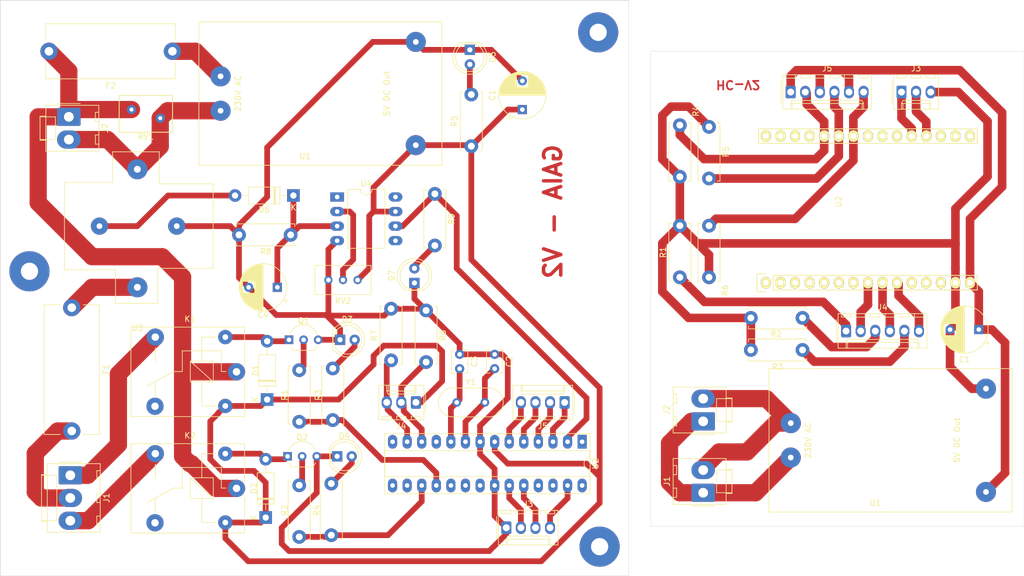
<source format=kicad_pcb>
(kicad_pcb (version 20171130) (host pcbnew 5.1.5-52549c5~86~ubuntu18.04.1)
  (title_block (title Gaia) (date 2020-05-12) (rev V02) (comment 4 "Author: Abby P Joby "))
  (layers (0 F.Cu signal) (31 B.Cu signal hide) (34 B.Paste user hide) (35 F.Paste user hide) (36 B.SilkS user hide) (37 F.SilkS user hide) (38 B.Mask user hide) (39 F.Mask user hide) (44 Edge.Cuts user))
  (net 0 "")
  (net 1 GND)
  (net 2 "Net-(C2-Pad2)")
  (net 3 "Net-(J1-Pad1)")
  (net 4 +5V)
  (net 5 "Net-(J3-Pad3)")
  (net 6 "Net-(U2-Pad1)")
  (net 7 "Net-(U2-Pad19)")
  (net 8 "Net-(U2-Pad20)")
  (net 9 "Net-(U2-Pad21)")
  (net 10 "Net-(U2-Pad11)")
  (net 11 "Net-(U2-Pad14)")
  (net 12 "Net-(J4-Pad3)")
  (net 13 "Net-(C3-Pad2)")
  (net 14 "Net-(D1-Pad2)")
  (net 15 "Net-(D2-Pad2)")
  (net 16 "Net-(D3-Pad2)")
  (net 17 "Net-(D4-Pad2)")
  (net 18 "Net-(D5-Pad2)")
  (net 19 "Net-(F1-Pad2)")
  (net 20 NEUT)
  (net 21 "Net-(F2-Pad1)")
  (net 22 AC)
  (net 23 "Net-(J1-Pad3)")
  (net 24 "Net-(J3-Pad2)")
  (net 25 "Net-(K1-Pad4)")
  (net 26 "Net-(K2-Pad4)")
  (net 27 "Net-(Q1-Pad2)")
  (net 28 "Net-(Q2-Pad2)")
  (net 29 Relay1_IN)
  (net 30 Relay2_IN)
  (net 31 "Net-(U2-Pad15)")
  (net 32 "Net-(U2-Pad16)")
  (net 33 "Net-(U2-Pad25)")
  (net 34 "Net-(U2-Pad26)")
  (net 35 "Net-(J4-Pad2)")
  (net 36 "Net-(C4-Pad1)")
  (net 37 "Net-(D6-Pad2)")
  (net 38 "Net-(D7-Pad2)")
  (net 39 CT_OUT)
  (net 40 "Net-(J3-Pad4)")
  (net 41 Overload_Detection)
  (net 42 "Net-(RV2-Pad2)")
  (net 43 "Net-(U2-Pad28)")
  (net 44 "Net-(U4-Pad1)")
  (net 45 "Net-(U4-Pad5)")
  (net 46 "Net-(U4-Pad8)")
  (net 47 "Net-(J5-Pad1)")
  (net 48 "Net-(J5-Pad2)")
  (net 49 "Net-(J5-Pad3)")
  (net 50 "Net-(J5-Pad4)")
  (net 51 "Net-(J1-Pad2)")
  (net 52 "Net-(J3-Pad1)")
  (net 53 "Net-(U2-Pad2)")
  (net 54 "Net-(U2-Pad3)")
  (net 55 "Net-(U2-Pad4)")
  (net 56 "Net-(U2-Pad5)")
  (net 57 "Net-(U2-Pad6)")
  (net 58 "Net-(U2-Pad7)")
  (net 59 "Net-(U2-Pad12)")
  (net 60 "Net-(U2-Pad13)")
  (net 61 "Net-(U2-Pad30)")
  (net 62 "Net-(U2-Pad18)")
  (net 63 "Net-(U2-Pad17)")
  (net 64 "Net-(U2-Pad22)")
  (net 65 "Net-(U2-Pad23)")
  (net 66 "Net-(U2-Pad27)")
  (net 67 "Net-(U2-Pad29)")
  (net 68 "Net-(J4-Pad1)")
  (net 69 "Net-(J4-Pad4)")
  (net 70 "Net-(J4-Pad5)")
  (net 71 "Net-(J4-Pad6)")
  (net 72 "Net-(J5-Pad6)")
  (module gaia-gate:Current_Transformer (layer F.Cu) (at 72.644 74.676)
    (fp_text reference U3 (at -6.858 17.78) (layer F.SilkS))
    (fp_text value Current_Transformer)
    (pad 4 thru_hole circle (at -6.858 -9.906) (size 3.5 3.5) (drill 1.2) (layers *.Cu *.Mask) (net 20 NEUT))
    (pad 3 thru_hole circle (at -6.858 10.668) (size 3.5 3.5) (drill 1.2) (layers *.Cu *.Mask) (net 39 CT_OUT))
    (pad 2 thru_hole circle (at -13.462 0) (size 3 3) (drill 1) (layers *.Cu *.Mask) (net 37 "Net-(D6-Pad2)"))
    (pad 1 thru_hole circle (at 0 0) (size 3 3) (drill 1) (layers *.Cu *.Mask) (net 1 GND))
  )
  (module Capacitor_THT:CP_Radial_D8.0mm_P5.00mm (layer F.Cu) (at 132.842 54.356 90)
    (fp_text reference C1 (at 2.5 -5.25 90) (layer F.SilkS))
    (fp_text value CP)
    (pad 1 thru_hole rect (at 0 0 90) (size 1.6 1.6) (drill 0.8) (layers *.Cu *.Mask) (net 4 +5V))
    (pad 2 thru_hole circle (at 5 0 90) (size 1.6 1.6) (drill 0.8) (layers *.Cu *.Mask) (net 1 GND))
  )
  (module Capacitor_THT:C_Disc_D3.8mm_W2.6mm_P2.50mm (layer F.Cu) (at 128.016 97.028 270)
    (fp_text reference C2 (at 1.25 -2.55 90) (layer F.SilkS))
    (fp_text value 0.1uf)
    (pad 1 thru_hole circle (at 0 0 270) (size 1.6 1.6) (drill 0.8) (layers *.Cu *.Mask) (net 1 GND))
    (pad 2 thru_hole circle (at 2.5 0 270) (size 1.6 1.6) (drill 0.8) (layers *.Cu *.Mask) (net 2 "Net-(C2-Pad2)"))
  )
  (module Capacitor_THT:C_Disc_D3.8mm_W2.6mm_P2.50mm (layer F.Cu) (at 121.92 97.028 270)
    (fp_text reference C3 (at 1.25 -2.55 90) (layer F.SilkS))
    (fp_text value 0.1uf)
    (pad 2 thru_hole circle (at 2.5 0 270) (size 1.6 1.6) (drill 0.8) (layers *.Cu *.Mask) (net 13 "Net-(C3-Pad2)"))
    (pad 1 thru_hole circle (at 0 0 270) (size 1.6 1.6) (drill 0.8) (layers *.Cu *.Mask) (net 1 GND))
  )
  (module Capacitor_THT:CP_Radial_D8.0mm_P5.00mm (layer F.Cu) (at 90.17 85.344 180)
    (fp_text reference C4 (at 2.5 -4.826) (layer F.SilkS))
    (fp_text value CP)
    (pad 1 thru_hole rect (at 0 0 180) (size 1.6 1.6) (drill 0.8) (layers *.Cu *.Mask) (net 36 "Net-(C4-Pad1)"))
    (pad 2 thru_hole circle (at 5 0 180) (size 1.6 1.6) (drill 0.8) (layers *.Cu *.Mask) (net 1 GND))
  )
  (module Diode_THT:D_DO-41_SOD81_P10.16mm_Horizontal (layer F.Cu) (at 88.392 104.902 90)
    (fp_text reference D1 (at 5.08 -2.032 90) (layer F.SilkS))
    (fp_text value 1N4007)
    (fp_text user K (at 0 -2.1 90) (layer F.SilkS))
    (pad 2 thru_hole oval (at 10.16 0 90) (size 2.2 2.2) (drill 1.1) (layers *.Cu *.Mask) (net 14 "Net-(D1-Pad2)"))
    (pad 1 thru_hole rect (at 0 0 90) (size 2.2 2.2) (drill 1.1) (layers *.Cu *.Mask) (net 4 +5V))
  )
  (module Diode_THT:D_DO-41_SOD81_P10.16mm_Horizontal (layer F.Cu) (at 88.138 125.476 90)
    (fp_text reference D2 (at 5.08 -2.032 90) (layer F.SilkS))
    (fp_text value 1N4007)
    (fp_text user K (at 0 -2.1 90) (layer F.SilkS))
    (pad 1 thru_hole rect (at 0 0 90) (size 2.2 2.2) (drill 1.1) (layers *.Cu *.Mask) (net 4 +5V))
    (pad 2 thru_hole oval (at 10.16 0 90) (size 2.2 2.2) (drill 1.1) (layers *.Cu *.Mask) (net 15 "Net-(D2-Pad2)"))
  )
  (module LED_THT:LED_D5.0mm (layer F.Cu) (at 101.092 94.488)
    (fp_text reference D3 (at 1.27 -3.556) (layer F.SilkS))
    (fp_text value GREEN)
    (pad 1 thru_hole rect (at 0 0) (size 1.8 1.8) (drill 0.9) (layers *.Cu *.Mask) (net 1 GND))
    (pad 2 thru_hole circle (at 2.54 0) (size 1.8 1.8) (drill 0.9) (layers *.Cu *.Mask) (net 16 "Net-(D3-Pad2)"))
  )
  (module LED_THT:LED_D5.0mm (layer F.Cu) (at 100.584 114.808)
    (fp_text reference D4 (at 1.27 -3.556) (layer F.SilkS))
    (fp_text value GREEN)
    (pad 2 thru_hole circle (at 2.54 0) (size 1.8 1.8) (drill 0.9) (layers *.Cu *.Mask) (net 17 "Net-(D4-Pad2)"))
    (pad 1 thru_hole rect (at 0 0) (size 1.8 1.8) (drill 0.9) (layers *.Cu *.Mask) (net 1 GND))
  )
  (module LED_THT:LED_D5.0mm (layer F.Cu) (at 123.698 43.942 270)
    (fp_text reference D5 (at 1.27 -3.96 90) (layer F.SilkS))
    (fp_text value GREEN)
    (pad 2 thru_hole circle (at 2.54 0 270) (size 1.8 1.8) (drill 0.9) (layers *.Cu *.Mask) (net 18 "Net-(D5-Pad2)"))
    (pad 1 thru_hole rect (at 0 0 270) (size 1.8 1.8) (drill 0.9) (layers *.Cu *.Mask) (net 1 GND))
  )
  (module Diode_THT:D_DO-41_SOD81_P10.16mm_Horizontal (layer F.Cu) (at 92.964 69.342 180)
    (fp_text reference D6 (at 5.08 -2.47) (layer F.SilkS))
    (fp_text value 1N4007)
    (fp_text user K (at 0 -2.1) (layer F.SilkS))
    (pad 1 thru_hole rect (at 0 0 180) (size 2.2 2.2) (drill 1.1) (layers *.Cu *.Mask) (net 36 "Net-(C4-Pad1)"))
    (pad 2 thru_hole oval (at 10.16 0 180) (size 2.2 2.2) (drill 1.1) (layers *.Cu *.Mask) (net 37 "Net-(D6-Pad2)"))
  )
  (module LED_THT:LED_D5.0mm (layer F.Cu) (at 114.046 84.582 90)
    (fp_text reference D7 (at 1.27 -3.96 90) (layer F.SilkS))
    (fp_text value GREEN)
    (pad 1 thru_hole rect (at 0 0 90) (size 1.8 1.8) (drill 0.9) (layers *.Cu *.Mask) (net 1 GND))
    (pad 2 thru_hole circle (at 2.54 0 90) (size 1.8 1.8) (drill 0.9) (layers *.Cu *.Mask) (net 38 "Net-(D7-Pad2)"))
  )
  (module gaia-gate:Fuse (layer F.Cu) (at 54.356 88.392 270)
    (fp_text reference F1 (at 11.25 -6 270) (layer F.SilkS))
    (fp_text value Fuse)
    (pad 2 thru_hole circle (at 22 0 270) (size 3 3) (drill 1.5) (layers *.Cu *.Mask) (net 19 "Net-(F1-Pad2)"))
    (pad 1 thru_hole circle (at 0.5 0 270) (size 3 3) (drill 1.5) (layers *.Cu *.Mask) (net 39 CT_OUT))
  )
  (module gaia-gate:Fuse (layer F.Cu) (at 72.39 44.196 180)
    (fp_text reference F2 (at 11.25 -6 180) (layer F.SilkS))
    (fp_text value Fuse)
    (pad 1 thru_hole circle (at 0.5 0 180) (size 3 3) (drill 1.5) (layers *.Cu *.Mask) (net 21 "Net-(F2-Pad1)"))
    (pad 2 thru_hole circle (at 22 0 180) (size 3 3) (drill 1.5) (layers *.Cu *.Mask) (net 22 AC))
  )
  (module Connector_Molex:Molex_KK-396_A-41791-0003_1x03_P3.96mm_Vertical (layer F.Cu) (at 54.102 118.11 270)
    (fp_text reference J1 (at 3.96 -6.31 90) (layer F.SilkS))
    (fp_text value motor)
    (pad 3 thru_hole oval (at 7.92 0 270) (size 3.16 4.1) (drill 1.7) (layers *.Cu *.Mask) (net 23 "Net-(J1-Pad3)"))
    (pad 2 thru_hole oval (at 3.96 0 270) (size 3.16 4.1) (drill 1.7) (layers *.Cu *.Mask) (net 19 "Net-(F1-Pad2)"))
    (pad 1 thru_hole roundrect (at 0 0 270) (size 3.16 4.1) (drill 1.7) (layers *.Cu *.Mask) (roundrect_rratio 0.079114) (net 3 "Net-(J1-Pad1)"))
  )
  (module Connector_Molex:Molex_KK-396_A-41791-0002_1x02_P3.96mm_Vertical (layer F.Cu) (at 53.848 55.626 270)
    (fp_text reference J2 (at 1.98 -6.31 90) (layer F.SilkS))
    (fp_text value 230V_IN)
    (pad 1 thru_hole roundrect (at 0 0 270) (size 3.16 4.1) (drill 1.7) (layers *.Cu *.Mask) (roundrect_rratio 0.079114) (net 22 AC))
    (pad 2 thru_hole oval (at 3.96 0 270) (size 3.16 4.1) (drill 1.7) (layers *.Cu *.Mask) (net 20 NEUT))
  )
  (module Connector_Molex:Molex_KK-254_AE-6410-04A_1x04_P2.54mm_Vertical (layer F.Cu) (at 130.048 127.254)
    (fp_text reference J3 (at 3.81 -4.12) (layer F.SilkS))
    (fp_text value Home_Controller)
    (pad 1 thru_hole roundrect (at 0 0) (size 1.74 2.2) (drill 1.2) (layers *.Cu *.Mask) (roundrect_rratio 0.143678) (net 1 GND))
    (pad 2 thru_hole oval (at 2.54 0) (size 1.74 2.2) (drill 1.2) (layers *.Cu *.Mask) (net 24 "Net-(J3-Pad2)"))
    (pad 3 thru_hole oval (at 5.08 0) (size 1.74 2.2) (drill 1.2) (layers *.Cu *.Mask) (net 5 "Net-(J3-Pad3)"))
    (pad 4 thru_hole oval (at 7.62 0) (size 1.74 2.2) (drill 1.2) (layers *.Cu *.Mask) (net 40 "Net-(J3-Pad4)"))
  )
  (module Connector_Molex:Molex_KK-254_AE-6410-04A_1x04_P2.54mm_Vertical (layer F.Cu) (at 140.208 105.41 180)
    (fp_text reference J5 (at 3.81 -4.12) (layer F.SilkS))
    (fp_text value Extras)
    (pad 4 thru_hole oval (at 7.62 0 180) (size 1.74 2.2) (drill 1.2) (layers *.Cu *.Mask) (net 50 "Net-(J5-Pad4)"))
    (pad 3 thru_hole oval (at 5.08 0 180) (size 1.74 2.2) (drill 1.2) (layers *.Cu *.Mask) (net 49 "Net-(J5-Pad3)"))
    (pad 2 thru_hole oval (at 2.54 0 180) (size 1.74 2.2) (drill 1.2) (layers *.Cu *.Mask) (net 48 "Net-(J5-Pad2)"))
    (pad 1 thru_hole roundrect (at 0 0 180) (size 1.74 2.2) (drill 1.2) (layers *.Cu *.Mask) (roundrect_rratio 0.143678) (net 47 "Net-(J5-Pad1)"))
  )
  (module Relay_THT:Relay_SPDT_SANYOU_SRD_Series_Form_C (layer F.Cu) (at 83.058 100.076 180)
    (fp_text reference K1 (at 8.1 9.2) (layer F.SilkS))
    (fp_text value SANYOU_SRD_Form_C)
    (pad 1 thru_hole circle (at 0 0 270) (size 3 3) (drill 1.3) (layers *.Cu *.Mask) (net 22 AC))
    (pad 5 thru_hole circle (at 1.95 -5.95 270) (size 2.5 2.5) (drill 1) (layers *.Cu *.Mask) (net 4 +5V))
    (pad 4 thru_hole circle (at 14.2 -6 270) (size 3 3) (drill 1.3) (layers *.Cu *.Mask) (net 25 "Net-(K1-Pad4)"))
    (pad 3 thru_hole circle (at 14.15 6.05 270) (size 3 3) (drill 1.3) (layers *.Cu *.Mask) (net 3 "Net-(J1-Pad1)"))
    (pad 2 thru_hole circle (at 1.95 6.05 270) (size 2.5 2.5) (drill 1) (layers *.Cu *.Mask) (net 14 "Net-(D1-Pad2)"))
  )
  (module Relay_THT:Relay_SPDT_SANYOU_SRD_Series_Form_C (layer F.Cu) (at 83.058 120.396 180)
    (fp_text reference K2 (at 8.1 9.2) (layer F.SilkS))
    (fp_text value SANYOU_SRD_Form_C)
    (pad 2 thru_hole circle (at 1.95 6.05 270) (size 2.5 2.5) (drill 1) (layers *.Cu *.Mask) (net 15 "Net-(D2-Pad2)"))
    (pad 3 thru_hole circle (at 14.15 6.05 270) (size 3 3) (drill 1.3) (layers *.Cu *.Mask) (net 23 "Net-(J1-Pad3)"))
    (pad 4 thru_hole circle (at 14.2 -6 270) (size 3 3) (drill 1.3) (layers *.Cu *.Mask) (net 26 "Net-(K2-Pad4)"))
    (pad 5 thru_hole circle (at 1.95 -5.95 270) (size 2.5 2.5) (drill 1) (layers *.Cu *.Mask) (net 4 +5V))
    (pad 1 thru_hole circle (at 0 0 270) (size 3 3) (drill 1.3) (layers *.Cu *.Mask) (net 22 AC))
  )
  (module Package_TO_SOT_THT:TO-92_Inline_Wide (layer F.Cu) (at 92.202 94.488)
    (fp_text reference Q1 (at 2.54 -3.302) (layer F.SilkS))
    (fp_text value BC547)
    (pad 2 thru_hole circle (at 2.54 0 90) (size 1.5 1.5) (drill 0.8) (layers *.Cu *.Mask) (net 27 "Net-(Q1-Pad2)"))
    (pad 3 thru_hole circle (at 5.08 0 90) (size 1.5 1.5) (drill 0.8) (layers *.Cu *.Mask) (net 1 GND))
    (pad 1 thru_hole rect (at 0 0 90) (size 1.5 1.5) (drill 0.8) (layers *.Cu *.Mask) (net 14 "Net-(D1-Pad2)"))
  )
  (module Package_TO_SOT_THT:TO-92_Inline_Wide (layer F.Cu) (at 91.948 114.808)
    (fp_text reference Q2 (at 2.54 -3.302) (layer F.SilkS))
    (fp_text value BC547)
    (pad 1 thru_hole rect (at 0 0 90) (size 1.5 1.5) (drill 0.8) (layers *.Cu *.Mask) (net 15 "Net-(D2-Pad2)"))
    (pad 3 thru_hole circle (at 5.08 0 90) (size 1.5 1.5) (drill 0.8) (layers *.Cu *.Mask) (net 1 GND))
    (pad 2 thru_hole circle (at 2.54 0 90) (size 1.5 1.5) (drill 0.8) (layers *.Cu *.Mask) (net 28 "Net-(Q2-Pad2)"))
  )
  (module gaia-gate:resistor (layer F.Cu) (at 93.98 97.79 270)
    (fp_text reference R1 (at 6.35 2.54 270) (layer F.SilkS))
    (fp_text value 1K)
    (pad 2 thru_hole oval (at 11 0 270) (size 2.4 2.4) (drill 1.2) (layers *.Cu *.Mask) (net 29 Relay1_IN))
    (pad 1 thru_hole circle (at 2 0 270) (size 2.4 2.4) (drill 1.2) (layers *.Cu *.Mask) (net 27 "Net-(Q1-Pad2)"))
  )
  (module gaia-gate:resistor (layer F.Cu) (at 93.98 117.856 270)
    (fp_text reference R2 (at 6.35 2.54 270) (layer F.SilkS))
    (fp_text value 1K)
    (pad 1 thru_hole circle (at 2 0 270) (size 2.4 2.4) (drill 1.2) (layers *.Cu *.Mask) (net 28 "Net-(Q2-Pad2)"))
    (pad 2 thru_hole oval (at 11 0 270) (size 2.4 2.4) (drill 1.2) (layers *.Cu *.Mask) (net 30 Relay2_IN))
  )
  (module gaia-gate:resistor (layer F.Cu) (at 99.822 110.49 90)
    (fp_text reference R3 (at 6.35 -2.54 270) (layer F.SilkS))
    (fp_text value 330Ω)
    (pad 1 thru_hole circle (at 2 0 90) (size 2.4 2.4) (drill 1.2) (layers *.Cu *.Mask) (net 29 Relay1_IN))
    (pad 2 thru_hole oval (at 11 0 90) (size 2.4 2.4) (drill 1.2) (layers *.Cu *.Mask) (net 16 "Net-(D3-Pad2)"))
  )
  (module gaia-gate:resistor (layer F.Cu) (at 99.568 130.556 90)
    (fp_text reference R4 (at 6.35 -2.54 270) (layer F.SilkS))
    (fp_text value 330Ω)
    (pad 2 thru_hole oval (at 11 0 90) (size 2.4 2.4) (drill 1.2) (layers *.Cu *.Mask) (net 17 "Net-(D4-Pad2)"))
    (pad 1 thru_hole circle (at 2 0 90) (size 2.4 2.4) (drill 1.2) (layers *.Cu *.Mask) (net 30 Relay2_IN))
  )
  (module gaia-gate:resistor (layer F.Cu) (at 123.952 62.738 90)
    (fp_text reference R5 (at 6.35 -2.92 270) (layer F.SilkS))
    (fp_text value 330Ω)
    (pad 2 thru_hole oval (at 11 0 90) (size 2.4 2.4) (drill 1.2) (layers *.Cu *.Mask) (net 18 "Net-(D5-Pad2)"))
    (pad 1 thru_hole circle (at 2 0 90) (size 2.4 2.4) (drill 1.2) (layers *.Cu *.Mask) (net 4 +5V))
  )
  (module gaia-gate:resistor (layer F.Cu) (at 116.078 87.376 270)
    (fp_text reference R6 (at 6.35 -2.92 270) (layer F.SilkS))
    (fp_text value 10K)
    (pad 2 thru_hole oval (at 11 0 270) (size 2.4 2.4) (drill 1.2) (layers *.Cu *.Mask) (net 35 "Net-(J4-Pad2)"))
    (pad 1 thru_hole circle (at 2 0 270) (size 2.4 2.4) (drill 1.2) (layers *.Cu *.Mask) (net 1 GND))
  )
  (module gaia-gate:resistor (layer F.Cu) (at 109.982 100.076 90)
    (fp_text reference R7 (at 6.35 -2.92 270) (layer F.SilkS))
    (fp_text value 10K)
    (pad 1 thru_hole circle (at 2 0 90) (size 2.4 2.4) (drill 1.2) (layers *.Cu *.Mask) (net 12 "Net-(J4-Pad3)"))
    (pad 2 thru_hole oval (at 11 0 90) (size 2.4 2.4) (drill 1.2) (layers *.Cu *.Mask) (net 1 GND))
  )
  (module gaia-gate:resistor (layer F.Cu) (at 94.488 76.2 180)
    (fp_text reference R8 (at 6.35 -2.92 180) (layer F.SilkS))
    (fp_text value 1K)
    (pad 1 thru_hole circle (at 2 0 180) (size 2.4 2.4) (drill 1.2) (layers *.Cu *.Mask) (net 36 "Net-(C4-Pad1)"))
    (pad 2 thru_hole oval (at 11 0 180) (size 2.4 2.4) (drill 1.2) (layers *.Cu *.Mask) (net 1 GND))
  )
  (module gaia-gate:resistor (layer F.Cu) (at 117.602 67.056 270)
    (fp_text reference R9 (at 6.35 -2.92 270) (layer F.SilkS))
    (fp_text value 330Ω)
    (pad 2 thru_hole oval (at 11 0 270) (size 2.4 2.4) (drill 1.2) (layers *.Cu *.Mask) (net 38 "Net-(D7-Pad2)"))
    (pad 1 thru_hole circle (at 2 0 270) (size 2.4 2.4) (drill 1.2) (layers *.Cu *.Mask) (net 41 Overload_Detection))
  )
  (module Varistor:RV_Disc_D9mm_W6.1mm_P5mm (layer F.Cu) (at 64.77 54.356)
    (fp_text reference RV1 (at 2.5 4.72) (layer F.SilkS))
    (fp_text value Varistor)
    (pad 1 thru_hole circle (at 0 0) (size 1.6 1.6) (drill 0.7) (layers *.Cu *.Mask) (net 22 AC))
    (pad 2 thru_hole circle (at 5 1.5 90) (size 1.6 1.6) (drill 0.7) (layers *.Cu *.Mask) (net 20 NEUT))
  )
  (module Potentiometer_THT:Potentiometer_Bourns_3296W_Vertical (layer F.Cu) (at 99.06 84.074 180)
    (fp_text reference RV2 (at -2.54 -3.66) (layer F.SilkS))
    (fp_text value R_POT)
    (pad 1 thru_hole circle (at 0 0 180) (size 1.44 1.44) (drill 0.8) (layers *.Cu *.Mask) (net 1 GND))
    (pad 2 thru_hole circle (at -2.54 0 180) (size 1.44 1.44) (drill 0.8) (layers *.Cu *.Mask) (net 42 "Net-(RV2-Pad2)"))
    (pad 3 thru_hole circle (at -5.08 0 180) (size 1.44 1.44) (drill 0.8) (layers *.Cu *.Mask) (net 4 +5V))
  )
  (module gaia-gate:230_5V_supply_HiLink (layer F.Cu) (at 97.282 51.562)
    (fp_text reference U1 (at -2.286 10.922) (layer F.SilkS))
    (fp_text value Vcc_one_supply)
    (fp_text user "5V DC Out" (at 11.938 0 90) (layer F.SilkS))
    (fp_text user "230V AC" (at -13.97 0 90) (layer F.SilkS))
    (pad 3 thru_hole circle (at 17 9) (size 3.5 3.5) (drill 1) (layers *.Cu *.Mask) (net 4 +5V))
    (pad 4 thru_hole circle (at 17 -9) (size 3.5 3.5) (drill 1) (layers *.Cu *.Mask) (net 1 GND))
    (pad 2 thru_hole circle (at -17 3) (size 3.5 3.5) (drill 1) (layers *.Cu *.Mask) (net 20 NEUT))
    (pad 1 thru_hole oval (at -17 -3) (size 3.524 3.524) (drill 1) (layers *.Cu *.Mask) (net 21 "Net-(F2-Pad1)"))
  )
  (module Package_DIP:DIP-28_W7.62mm_Socket_LongPads (layer F.Cu) (at 143.256 112.268 270)
    (fp_text reference U2 (at 3.81 -2.33 90) (layer F.SilkS))
    (fp_text value ATmega328P-PU)
    (pad 1 thru_hole rect (at 0 0 270) (size 2.4 1.6) (drill 0.8) (layers *.Cu *.Mask) (net 6 "Net-(U2-Pad1)"))
    (pad 15 thru_hole oval (at 7.62 33.02 270) (size 2.4 1.6) (drill 0.8) (layers *.Cu *.Mask) (net 31 "Net-(U2-Pad15)"))
    (pad 2 thru_hole oval (at 0 2.54 270) (size 2.4 1.6) (drill 0.8) (layers *.Cu *.Mask) (net 41 Overload_Detection))
    (pad 16 thru_hole oval (at 7.62 30.48 270) (size 2.4 1.6) (drill 0.8) (layers *.Cu *.Mask) (net 32 "Net-(U2-Pad16)"))
    (pad 3 thru_hole oval (at 0 5.08 270) (size 2.4 1.6) (drill 0.8) (layers *.Cu *.Mask) (net 47 "Net-(J5-Pad1)"))
    (pad 17 thru_hole oval (at 7.62 27.94 270) (size 2.4 1.6) (drill 0.8) (layers *.Cu *.Mask) (net 30 Relay2_IN))
    (pad 4 thru_hole oval (at 0 7.62 270) (size 2.4 1.6) (drill 0.8) (layers *.Cu *.Mask) (net 48 "Net-(J5-Pad2)"))
    (pad 18 thru_hole oval (at 7.62 25.4 270) (size 2.4 1.6) (drill 0.8) (layers *.Cu *.Mask) (net 29 Relay1_IN))
    (pad 5 thru_hole oval (at 0 10.16 270) (size 2.4 1.6) (drill 0.8) (layers *.Cu *.Mask) (net 49 "Net-(J5-Pad3)"))
    (pad 19 thru_hole oval (at 7.62 22.86 270) (size 2.4 1.6) (drill 0.8) (layers *.Cu *.Mask) (net 7 "Net-(U2-Pad19)"))
    (pad 6 thru_hole oval (at 0 12.7 270) (size 2.4 1.6) (drill 0.8) (layers *.Cu *.Mask) (net 50 "Net-(J5-Pad4)"))
    (pad 20 thru_hole oval (at 7.62 20.32 270) (size 2.4 1.6) (drill 0.8) (layers *.Cu *.Mask) (net 8 "Net-(U2-Pad20)"))
    (pad 7 thru_hole oval (at 0 15.24 270) (size 2.4 1.6) (drill 0.8) (layers *.Cu *.Mask) (net 4 +5V))
    (pad 21 thru_hole oval (at 7.62 17.78 270) (size 2.4 1.6) (drill 0.8) (layers *.Cu *.Mask) (net 9 "Net-(U2-Pad21)"))
    (pad 8 thru_hole oval (at 0 17.78 270) (size 2.4 1.6) (drill 0.8) (layers *.Cu *.Mask) (net 1 GND))
    (pad 22 thru_hole oval (at 7.62 15.24 270) (size 2.4 1.6) (drill 0.8) (layers *.Cu *.Mask) (net 1 GND))
    (pad 9 thru_hole oval (at 0 20.32 270) (size 2.4 1.6) (drill 0.8) (layers *.Cu *.Mask) (net 2 "Net-(C2-Pad2)"))
    (pad 23 thru_hole oval (at 7.62 12.7 270) (size 2.4 1.6) (drill 0.8) (layers *.Cu *.Mask) (net 24 "Net-(J3-Pad2)"))
    (pad 10 thru_hole oval (at 0 22.86 270) (size 2.4 1.6) (drill 0.8) (layers *.Cu *.Mask) (net 13 "Net-(C3-Pad2)"))
    (pad 24 thru_hole oval (at 7.62 10.16 270) (size 2.4 1.6) (drill 0.8) (layers *.Cu *.Mask) (net 5 "Net-(J3-Pad3)"))
    (pad 11 thru_hole oval (at 0 25.4 270) (size 2.4 1.6) (drill 0.8) (layers *.Cu *.Mask) (net 10 "Net-(U2-Pad11)"))
    (pad 25 thru_hole oval (at 7.62 7.62 270) (size 2.4 1.6) (drill 0.8) (layers *.Cu *.Mask) (net 33 "Net-(U2-Pad25)"))
    (pad 12 thru_hole oval (at 0 27.94 270) (size 2.4 1.6) (drill 0.8) (layers *.Cu *.Mask) (net 35 "Net-(J4-Pad2)"))
    (pad 26 thru_hole oval (at 7.62 5.08 270) (size 2.4 1.6) (drill 0.8) (layers *.Cu *.Mask) (net 34 "Net-(U2-Pad26)"))
    (pad 13 thru_hole oval (at 0 30.48 270) (size 2.4 1.6) (drill 0.8) (layers *.Cu *.Mask) (net 12 "Net-(J4-Pad3)"))
    (pad 27 thru_hole oval (at 7.62 2.54 270) (size 2.4 1.6) (drill 0.8) (layers *.Cu *.Mask) (net 40 "Net-(J3-Pad4)"))
    (pad 14 thru_hole oval (at 0 33.02 270) (size 2.4 1.6) (drill 0.8) (layers *.Cu *.Mask) (net 11 "Net-(U2-Pad14)"))
    (pad 28 thru_hole oval (at 7.62 0 270) (size 2.4 1.6) (drill 0.8) (layers *.Cu *.Mask) (net 43 "Net-(U2-Pad28)"))
  )
  (module Package_DIP:DIP-8_W10.16mm_LongPads (layer F.Cu) (at 100.584 69.596)
    (fp_text reference U4 (at 5.08 -2.33) (layer F.SilkS))
    (fp_text value LM741)
    (pad 1 thru_hole rect (at 0 0) (size 2.4 1.6) (drill 0.8) (layers *.Cu *.Mask) (net 44 "Net-(U4-Pad1)"))
    (pad 5 thru_hole oval (at 10.16 7.62) (size 2.4 1.6) (drill 0.8) (layers *.Cu *.Mask) (net 45 "Net-(U4-Pad5)"))
    (pad 2 thru_hole oval (at 0 2.54) (size 2.4 1.6) (drill 0.8) (layers *.Cu *.Mask) (net 42 "Net-(RV2-Pad2)"))
    (pad 6 thru_hole oval (at 10.16 5.08) (size 2.4 1.6) (drill 0.8) (layers *.Cu *.Mask) (net 41 Overload_Detection))
    (pad 3 thru_hole oval (at 0 5.08) (size 2.4 1.6) (drill 0.8) (layers *.Cu *.Mask) (net 36 "Net-(C4-Pad1)"))
    (pad 7 thru_hole oval (at 10.16 2.54) (size 2.4 1.6) (drill 0.8) (layers *.Cu *.Mask) (net 4 +5V))
    (pad 4 thru_hole oval (at 0 7.62) (size 2.4 1.6) (drill 0.8) (layers *.Cu *.Mask) (net 1 GND))
    (pad 8 thru_hole oval (at 10.16 0) (size 2.4 1.6) (drill 0.8) (layers *.Cu *.Mask) (net 46 "Net-(U4-Pad8)"))
  )
  (module Crystal:Crystal_HC18-U_Vertical (layer F.Cu) (at 121.412 105.41)
    (fp_text reference Y1 (at 2.45 -3.525) (layer F.SilkS))
    (fp_text value Crystal)
    (pad 1 thru_hole circle (at 0 0) (size 1.5 1.5) (drill 0.8) (layers *.Cu *.Mask) (net 13 "Net-(C3-Pad2)"))
    (pad 2 thru_hole circle (at 4.9 0) (size 1.5 1.5) (drill 0.8) (layers *.Cu *.Mask) (net 2 "Net-(C2-Pad2)"))
  )
  (module Connector_Molex:Molex_KK-254_AE-6410-03A_1x03_P2.54mm_Vertical (layer F.Cu) (at 114.3 105.41 180)
    (fp_text reference J4 (at 2.54 -4.12) (layer F.SilkS))
    (fp_text value Open_Close_Sensor)
    (pad 1 thru_hole roundrect (at 0 0 180) (size 1.74 2.2) (drill 1.2) (layers *.Cu *.Mask) (roundrect_rratio 0.143678) (net 4 +5V))
    (pad 2 thru_hole oval (at 2.54 0 180) (size 1.74 2.2) (drill 1.2) (layers *.Cu *.Mask) (net 35 "Net-(J4-Pad2)"))
    (pad 3 thru_hole oval (at 5.08 0 180) (size 1.74 2.2) (drill 1.2) (layers *.Cu *.Mask) (net 12 "Net-(J4-Pad3)"))
  )
  (module gaia-gate:NodeMCU (layer F.Cu) (at 175.26 81.839999 90)
    (fp_text reference U2 (at 11.43 12.68 90) (layer F.SilkS))
    (fp_text value NodeMCU)
    (pad 1 thru_hole oval (at -2.7 0 90) (size 2.032 1.7272) (drill 1.016) (layers *.Cu *.Mask F.SilkS) (net 6 "Net-(U2-Pad1)"))
    (pad 2 thru_hole oval (at -2.7 2.54 90) (size 2.032 1.7272) (drill 1.016) (layers *.Cu *.Mask F.SilkS) (net 53 "Net-(U2-Pad2)"))
    (pad 3 thru_hole oval (at -2.7 5.08 90) (size 2.032 1.7272) (drill 1.016) (layers *.Cu *.Mask F.SilkS) (net 54 "Net-(U2-Pad3)"))
    (pad 4 thru_hole oval (at -2.7 7.62 90) (size 2.032 1.7272) (drill 1.016) (layers *.Cu *.Mask F.SilkS) (net 55 "Net-(U2-Pad4)"))
    (pad 5 thru_hole oval (at -2.7 10.16 90) (size 2.032 1.7272) (drill 1.016) (layers *.Cu *.Mask F.SilkS) (net 56 "Net-(U2-Pad5)"))
    (pad 6 thru_hole oval (at -2.7 12.7 90) (size 2.032 1.7272) (drill 1.016) (layers *.Cu *.Mask F.SilkS) (net 57 "Net-(U2-Pad6)"))
    (pad 7 thru_hole oval (at -2.7 15.24 90) (size 2.032 1.7272) (drill 1.016) (layers *.Cu *.Mask F.SilkS) (net 58 "Net-(U2-Pad7)"))
    (pad 8 thru_hole oval (at -2.7 17.78 90) (size 2.032 1.7272) (drill 1.016) (layers *.Cu *.Mask F.SilkS) (net 35 "Net-(J4-Pad2)"))
    (pad 9 thru_hole oval (at -2.7 20.32 90) (size 2.032 1.7272) (drill 1.016) (layers *.Cu *.Mask F.SilkS) (net 69 "Net-(J4-Pad4)"))
    (pad 10 thru_hole oval (at -2.7 22.86 90) (size 2.032 1.7272) (drill 1.016) (layers *.Cu *.Mask F.SilkS) (net 71 "Net-(J4-Pad6)"))
    (pad 11 thru_hole oval (at -2.7 25.4 90) (size 2.032 1.7272) (drill 1.016) (layers *.Cu *.Mask F.SilkS) (net 10 "Net-(U2-Pad11)"))
    (pad 12 thru_hole oval (at -2.7 27.94 90) (size 2.032 1.7272) (drill 1.016) (layers *.Cu *.Mask F.SilkS) (net 59 "Net-(U2-Pad12)"))
    (pad 13 thru_hole oval (at -2.7 30.48 90) (size 2.032 1.7272) (drill 1.016) (layers *.Cu *.Mask F.SilkS) (net 60 "Net-(U2-Pad13)"))
    (pad 14 thru_hole oval (at -2.7 33.02 90) (size 2.032 1.7272) (drill 1.016) (layers *.Cu *.Mask F.SilkS) (net 1 GND))
    (pad 15 thru_hole oval (at -2.7 35.56 90) (size 2.032 1.7272) (drill 1.016) (layers *.Cu *.Mask F.SilkS) (net 4 +5V))
    (pad 30 thru_hole oval (at 22.86 0 90) (size 2.032 1.7272) (drill 1.016) (layers *.Cu *.Mask F.SilkS) (net 61 "Net-(U2-Pad30)"))
    (pad 18 thru_hole oval (at 22.86 30.48 90) (size 2.032 1.7272) (drill 1.016) (layers *.Cu *.Mask F.SilkS) (net 62 "Net-(U2-Pad18)"))
    (pad 17 thru_hole oval (at 22.86 33.02 90) (size 2.032 1.7272) (drill 1.016) (layers *.Cu *.Mask F.SilkS) (net 63 "Net-(U2-Pad17)"))
    (pad 19 thru_hole oval (at 22.86 27.94 90) (size 2.032 1.7272) (drill 1.016) (layers *.Cu *.Mask F.SilkS) (net 24 "Net-(J3-Pad2)"))
    (pad 25 thru_hole oval (at 22.86 12.7 90) (size 2.032 1.7272) (drill 1.016) (layers *.Cu *.Mask F.SilkS) (net 50 "Net-(J5-Pad4)"))
    (pad 26 thru_hole oval (at 22.86 10.16 90) (size 2.032 1.7272) (drill 1.016) (layers *.Cu *.Mask F.SilkS) (net 48 "Net-(J5-Pad2)"))
    (pad 24 thru_hole oval (at 22.86 15.24 90) (size 2.032 1.7272) (drill 1.016) (layers *.Cu *.Mask F.SilkS) (net 72 "Net-(J5-Pad6)"))
    (pad 16 thru_hole oval (at 22.86 35.56 90) (size 2.032 1.7272) (drill 1.016) (layers *.Cu *.Mask F.SilkS) (net 32 "Net-(U2-Pad16)"))
    (pad 22 thru_hole oval (at 22.86 20.32 90) (size 2.032 1.7272) (drill 1.016) (layers *.Cu *.Mask F.SilkS) (net 64 "Net-(U2-Pad22)"))
    (pad 23 thru_hole oval (at 22.86 17.78 90) (size 2.032 1.7272) (drill 1.016) (layers *.Cu *.Mask F.SilkS) (net 65 "Net-(U2-Pad23)"))
    (pad 21 thru_hole oval (at 22.86 22.86 90) (size 2.032 1.7272) (drill 1.016) (layers *.Cu *.Mask F.SilkS) (net 9 "Net-(U2-Pad21)"))
    (pad 20 thru_hole oval (at 22.86 25.4 90) (size 2.032 1.7272) (drill 1.016) (layers *.Cu *.Mask F.SilkS) (net 52 "Net-(J3-Pad1)"))
    (pad 28 thru_hole oval (at 22.86 5.08 90) (size 2.032 1.7272) (drill 1.016) (layers *.Cu *.Mask F.SilkS) (net 43 "Net-(U2-Pad28)"))
    (pad 27 thru_hole oval (at 22.86 7.62 90) (size 2.032 1.7272) (drill 1.016) (layers *.Cu *.Mask F.SilkS) (net 66 "Net-(U2-Pad27)"))
    (pad 29 thru_hole oval (at 22.86 2.54 90) (size 2.032 1.7272) (drill 1.016) (layers *.Cu *.Mask F.SilkS) (net 67 "Net-(U2-Pad29)"))
    (pad "" np_thru_hole circle (at -1.9 39.38 90) (size 3.2 3.2) (drill 3.2) (layers *.Cu *.Mask))
    (pad "" np_thru_hole circle (at 22 -4.25 90) (size 3.2 3.2) (drill 3.2) (layers *.Cu *.Mask))
    (pad "" np_thru_hole circle (at -1.95 -4.25 90) (size 3.2 3.2) (drill 3.2) (layers *.Cu *.Mask))
  )
  (module MountingHole:MountingHole_2.5mm (layer F.Cu) (at 160.02 96.266 90)
    (fp_text reference " " (at 0 -3.5 90) (layer F.SilkS))
    (fp_text value H)
    (pad 1 np_thru_hole circle (at 0 0 90) (size 2.5 2.5) (drill 2.5) (layers *.Cu *.Mask))
  )
  (module MountingHole:MountingHole_2.5mm (layer F.Cu) (at 215.9 48.26 90)
    (fp_text reference " " (at 0 -3.5 90) (layer F.SilkS))
    (fp_text value H)
    (pad 1 np_thru_hole circle (at 0 0 90) (size 2.5 2.5) (drill 2.5) (layers *.Cu *.Mask))
  )
  (module MountingHole:MountingHole_2.5mm (layer F.Cu) (at 159.258 48.514 90)
    (fp_text reference " " (at 0 -3.5 90) (layer F.SilkS))
    (fp_text value H)
    (pad 1 np_thru_hole circle (at 0 0 90) (size 2.5 2.5) (drill 2.5) (layers *.Cu *.Mask))
  )
  (module Capacitor_THT:CP_Radial_D8.0mm_P5.00mm (layer F.Cu) (at 212.344 92.71 180)
    (fp_text reference C1 (at 2.5 -5.25) (layer F.SilkS))
    (fp_text value CP1)
    (pad 1 thru_hole rect (at 0 0 180) (size 1.6 1.6) (drill 0.8) (layers *.Cu *.Mask) (net 4 +5V))
    (pad 2 thru_hole circle (at 5 0 180) (size 1.6 1.6) (drill 0.8) (layers *.Cu *.Mask) (net 1 GND))
  )
  (module Connector_Molex:Molex_KK-396_A-41791-0002_1x02_P3.96mm_Vertical (layer F.Cu) (at 164.338 121.158 90)
    (fp_text reference J1 (at 1.98 -6.31 90) (layer F.SilkS))
    (fp_text value supply)
    (pad 1 thru_hole roundrect (at 0 0 90) (size 3.16 4.1) (drill 1.7) (layers *.Cu *.Mask) (roundrect_rratio 0.079114) (net 3 "Net-(J1-Pad1)"))
    (pad 2 thru_hole oval (at 3.96 0 90) (size 3.16 4.1) (drill 1.7) (layers *.Cu *.Mask) (net 51 "Net-(J1-Pad2)"))
  )
  (module Connector_Molex:Molex_KK-396_A-41791-0002_1x02_P3.96mm_Vertical (layer F.Cu) (at 164.338 108.712 90)
    (fp_text reference J2 (at 1.98 -6.31 90) (layer F.SilkS))
    (fp_text value motor)
    (pad 2 thru_hole oval (at 3.96 0 90) (size 3.16 4.1) (drill 1.7) (layers *.Cu *.Mask) (net 51 "Net-(J1-Pad2)"))
    (pad 1 thru_hole roundrect (at 0 0 90) (size 3.16 4.1) (drill 1.7) (layers *.Cu *.Mask) (roundrect_rratio 0.079114) (net 3 "Net-(J1-Pad1)"))
  )
  (module gaia_gate:resistor (layer F.Cu) (at 160.274 85.598 90)
    (fp_text reference R1 (at 6.35 -2.92 270) (layer F.SilkS))
    (fp_text value 330E)
    (pad 2 thru_hole oval (at 11 0 90) (size 2.4 2.4) (drill 1.2) (layers *.Cu *.Mask) (net 1 GND))
    (pad 1 thru_hole circle (at 2 0 90) (size 2.4 2.4) (drill 1.2) (layers *.Cu *.Mask) (net 68 "Net-(J4-Pad1)"))
  )
  (module gaia_gate:resistor (layer F.Cu) (at 183.642 90.678 180)
    (fp_text reference R2 (at 6.604 -2.794 180) (layer F.SilkS))
    (fp_text value 330E)
    (pad 1 thru_hole circle (at 2 0 180) (size 2.4 2.4) (drill 1.2) (layers *.Cu *.Mask) (net 12 "Net-(J4-Pad3)"))
    (pad 2 thru_hole oval (at 11 0 180) (size 2.4 2.4) (drill 1.2) (layers *.Cu *.Mask) (net 1 GND))
  )
  (module gaia_gate:resistor (layer F.Cu) (at 183.642 96.266 180)
    (fp_text reference R3 (at 6.35 -2.92 180) (layer F.SilkS))
    (fp_text value 330E)
    (pad 2 thru_hole oval (at 11 0 180) (size 2.4 2.4) (drill 1.2) (layers *.Cu *.Mask) (net 1 GND))
    (pad 1 thru_hole circle (at 2 0 180) (size 2.4 2.4) (drill 1.2) (layers *.Cu *.Mask) (net 70 "Net-(J4-Pad5)"))
  )
  (module gaia_gate:resistor (layer F.Cu) (at 160.274 68.072 90)
    (fp_text reference R4 (at 13.462 2.794 270) (layer F.SilkS))
    (fp_text value 10K)
    (pad 1 thru_hole circle (at 2 0 90) (size 2.4 2.4) (drill 1.2) (layers *.Cu *.Mask) (net 1 GND))
    (pad 2 thru_hole oval (at 11 0 90) (size 2.4 2.4) (drill 1.2) (layers *.Cu *.Mask) (net 48 "Net-(J5-Pad2)"))
  )
  (module gaia_gate:resistor (layer F.Cu) (at 165.354 55.372 270)
    (fp_text reference R5 (at 6.35 -2.92 270) (layer F.SilkS))
    (fp_text value 10K)
    (pad 2 thru_hole oval (at 11 0 270) (size 2.4 2.4) (drill 1.2) (layers *.Cu *.Mask) (net 50 "Net-(J5-Pad4)"))
    (pad 1 thru_hole circle (at 2 0 270) (size 2.4 2.4) (drill 1.2) (layers *.Cu *.Mask) (net 1 GND))
  )
  (module gaia_gate:resistor (layer F.Cu) (at 165.354 85.598 90)
    (fp_text reference R6 (at -0.254 2.794 270) (layer F.SilkS))
    (fp_text value 10K)
    (pad 2 thru_hole oval (at 11 0 90) (size 2.4 2.4) (drill 1.2) (layers *.Cu *.Mask) (net 72 "Net-(J5-Pad6)"))
    (pad 1 thru_hole circle (at 2 0 90) (size 2.4 2.4) (drill 1.2) (layers *.Cu *.Mask) (net 1 GND))
  )
  (module gaia_gate:230_5V_supply_HiLink (layer F.Cu) (at 196.596 112.014)
    (fp_text reference U1 (at -2.286 10.922) (layer F.SilkS))
    (fp_text value pcb_power_supply_Vcc_one_supply)
    (fp_text user "5V DC Out" (at 11.938 0 -270) (layer F.SilkS))
    (fp_text user "230V AC" (at -13.97 0 -270) (layer F.SilkS))
    (pad 3 thru_hole circle (at 17 9) (size 3.5 3.5) (drill 1) (layers *.Cu *.Mask) (net 4 +5V))
    (pad 4 thru_hole circle (at 17 -9) (size 3.5 3.5) (drill 1) (layers *.Cu *.Mask) (net 1 GND))
    (pad 2 thru_hole circle (at -17 3) (size 3.5 3.5) (drill 1) (layers *.Cu *.Mask) (net 3 "Net-(J1-Pad1)"))
    (pad 1 thru_hole oval (at -17 -3) (size 3.524 3.524) (drill 1) (layers *.Cu *.Mask) (net 51 "Net-(J1-Pad2)"))
  )
  (module Connector_Molex:Molex_KK-254_AE-6410-06A_1x06_P2.54mm_Vertical (layer F.Cu) (at 189.23 92.964)
    (fp_text reference J4 (at 6.35 -4.12) (layer F.SilkS))
    (fp_text value LED_ARRAY)
    (pad 1 thru_hole roundrect (at 0 0) (size 1.74 2.2) (drill 1.2) (layers *.Cu *.Mask) (roundrect_rratio 0.143678) (net 68 "Net-(J4-Pad1)"))
    (pad 2 thru_hole oval (at 2.54 0) (size 1.74 2.2) (drill 1.2) (layers *.Cu *.Mask) (net 35 "Net-(J4-Pad2)"))
    (pad 3 thru_hole oval (at 5.08 0) (size 1.74 2.2) (drill 1.2) (layers *.Cu *.Mask) (net 12 "Net-(J4-Pad3)"))
    (pad 4 thru_hole oval (at 7.62 0) (size 1.74 2.2) (drill 1.2) (layers *.Cu *.Mask) (net 69 "Net-(J4-Pad4)"))
    (pad 5 thru_hole oval (at 10.16 0) (size 1.74 2.2) (drill 1.2) (layers *.Cu *.Mask) (net 70 "Net-(J4-Pad5)"))
    (pad 6 thru_hole oval (at 12.7 0) (size 1.74 2.2) (drill 1.2) (layers *.Cu *.Mask) (net 71 "Net-(J4-Pad6)"))
  )
  (module Connector_Molex:Molex_KK-254_AE-6410-06A_1x06_P2.54mm_Vertical (layer F.Cu) (at 179.578 51.308)
    (fp_text reference J5 (at 6.35 -4.12) (layer F.SilkS))
    (fp_text value SWITCH_ARRAY)
    (pad 6 thru_hole oval (at 12.7 0) (size 1.74 2.2) (drill 1.2) (layers *.Cu *.Mask) (net 72 "Net-(J5-Pad6)"))
    (pad 5 thru_hole oval (at 10.16 0) (size 1.74 2.2) (drill 1.2) (layers *.Cu *.Mask) (net 4 +5V))
    (pad 4 thru_hole oval (at 7.62 0) (size 1.74 2.2) (drill 1.2) (layers *.Cu *.Mask) (net 50 "Net-(J5-Pad4)"))
    (pad 3 thru_hole oval (at 5.08 0) (size 1.74 2.2) (drill 1.2) (layers *.Cu *.Mask) (net 4 +5V))
    (pad 2 thru_hole oval (at 2.54 0) (size 1.74 2.2) (drill 1.2) (layers *.Cu *.Mask) (net 48 "Net-(J5-Pad2)"))
    (pad 1 thru_hole roundrect (at 0 0) (size 1.74 2.2) (drill 1.2) (layers *.Cu *.Mask) (roundrect_rratio 0.143678) (net 4 +5V))
  )
  (module Connector_Molex:Molex_KK-254_AE-6410-03A_1x03_P2.54mm_Vertical (layer F.Cu) (at 198.882 51.308)
    (fp_text reference J3 (at 2.54 -4.12) (layer F.SilkS))
    (fp_text value Conn_01x03)
    (pad 1 thru_hole roundrect (at 0 0) (size 1.74 2.2) (drill 1.2) (layers *.Cu *.Mask) (roundrect_rratio 0.143678) (net 52 "Net-(J3-Pad1)"))
    (pad 2 thru_hole oval (at 2.54 0) (size 1.74 2.2) (drill 1.2) (layers *.Cu *.Mask) (net 24 "Net-(J3-Pad2)"))
    (pad 3 thru_hole oval (at 5.08 0) (size 1.74 2.2) (drill 1.2) (layers *.Cu *.Mask) (net 1 GND))
  )
  (gr_text "GAIA - V2" (at 138.176 72.136 90) (layer F.Cu) (effects (font (size 3 3) (thickness 0.6)) (justify mirror)))
  (gr_line (start 41.91 135.636) (end 41.91 35.306) (layer Edge.Cuts) (width 0.1))
  (gr_line (start 151.384 135.636) (end 41.91 135.636) (layer Edge.Cuts) (width 0.05))
  (gr_line (start 151.384 35.306) (end 151.384 135.636) (layer Edge.Cuts) (width 0.05))
  (gr_line (start 41.91 35.306) (end 151.384 35.306) (layer Edge.Cuts) (width 0.1))
  (gr_text HC-V2 (at 170.434 50.038 180) (layer F.Cu) (effects (font (size 1.5 1.5) (thickness 0.3)) (justify mirror)))
  (gr_line (start 155.194 44.196) (end 220.218 44.196) (layer Edge.Cuts) (width 0.05))
  (gr_line (start 155.194 127) (end 155.194 44.196) (layer Edge.Cuts) (width 0.05))
  (gr_line (start 220.218 127) (end 155.194 127) (layer Edge.Cuts) (width 0.05))
  (gr_line (start 220.218 44.196) (end 220.218 127) (layer Edge.Cuts) (width 0.05))
  (via (at 146.05 40.894) (size 7) (drill 3) (layers F.Cu B.Cu) (net 0))
  (via (at 146.304 130.556) (size 7) (drill 3) (layers F.Cu B.Cu) (net 0))
  (via (at 46.99 82.55) (size 7) (drill 3) (layers F.Cu B.Cu) (net 0))
  (segment (start 97.282 94.488) (end 101.092 94.488) (width 1) (layer F.Cu) (net 1))
  (segment (start 97.028 114.808) (end 100.584 114.808) (width 1) (layer F.Cu) (net 1))
  (segment (start 83.488 83.662) (end 85.17 85.344) (width 1) (layer F.Cu) (net 1))
  (segment (start 83.488 76.2) (end 83.488 83.662) (width 1) (layer F.Cu) (net 1))
  (segment (start 101.092 92.588) (end 101.092 94.488) (width 1) (layer F.Cu) (net 1))
  (segment (start 98.674 90.17) (end 101.092 92.588) (width 1) (layer F.Cu) (net 1))
  (segment (start 89.996 90.17) (end 98.674 90.17) (width 1) (layer F.Cu) (net 1))
  (segment (start 99.06 89.784) (end 99.06 84.074) (width 1) (layer F.Cu) (net 1))
  (segment (start 98.674 90.17) (end 99.06 89.784) (width 1) (layer F.Cu) (net 1))
  (segment (start 81.964 74.676) (end 83.488 76.2) (width 1) (layer F.Cu) (net 1))
  (segment (start 72.644 74.676) (end 81.964 74.676) (width 1) (layer F.Cu) (net 1))
  (segment (start 115.778 89.076) (end 116.078 89.376) (width 1) (layer F.Cu) (net 1))
  (segment (start 109.982 89.076) (end 115.778 89.076) (width 1) (layer F.Cu) (net 1))
  (segment (start 114.046 87.344) (end 116.078 89.376) (width 1) (layer F.Cu) (net 1))
  (segment (start 114.046 84.582) (end 114.046 87.344) (width 1) (layer F.Cu) (net 1))
  (segment (start 121.92 97.028) (end 128.016 97.028) (width 1) (layer F.Cu) (net 1))
  (segment (start 121.92 95.218) (end 116.078 89.376) (width 1) (layer F.Cu) (net 1))
  (segment (start 121.92 97.028) (end 121.92 95.218) (width 1) (layer F.Cu) (net 1))
  (segment (start 128.016 117.008) (end 128.016 119.888) (width 1) (layer F.Cu) (net 1))
  (segment (start 125.476 112.268) (end 125.476 114.468) (width 1) (layer F.Cu) (net 1))
  (segment (start 125.476 114.468) (end 128.016 117.008) (width 1) (layer F.Cu) (net 1))
  (segment (start 128.016 125.222) (end 130.048 127.254) (width 1) (layer F.Cu) (net 1))
  (segment (start 128.016 119.888) (end 128.016 125.222) (width 1) (layer F.Cu) (net 1))
  (segment (start 97.028 114.808) (end 97.028 121.158) (width 1) (layer F.Cu) (net 1))
  (segment (start 97.028 121.158) (end 90.932 127.254) (width 1) (layer F.Cu) (net 1))
  (segment (start 90.932 127.254) (end 90.932 130.048) (width 1) (layer F.Cu) (net 1))
  (segment (start 90.932 130.048) (end 92.202 131.318) (width 1) (layer F.Cu) (net 1))
  (segment (start 130.048 128.354) (end 130.048 127.254) (width 1) (layer F.Cu) (net 1))
  (segment (start 127.084 131.318) (end 130.048 128.354) (width 1) (layer F.Cu) (net 1))
  (segment (start 92.202 131.318) (end 127.084 131.318) (width 1) (layer F.Cu) (net 1))
  (segment (start 128.016 97.028) (end 129.286 97.028) (width 1) (layer F.Cu) (net 1))
  (segment (start 129.286 97.028) (end 130.302 98.044) (width 1) (layer F.Cu) (net 1))
  (segment (start 130.302 98.044) (end 130.302 104.648) (width 1) (layer F.Cu) (net 1))
  (segment (start 125.476 109.474) (end 125.476 112.268) (width 1) (layer F.Cu) (net 1))
  (segment (start 130.302 104.648) (end 125.476 109.474) (width 1) (layer F.Cu) (net 1))
  (segment (start 127.428 43.942) (end 123.698 43.942) (width 1) (layer F.Cu) (net 1))
  (segment (start 132.842 49.356) (end 127.428 43.942) (width 1) (layer F.Cu) (net 1))
  (segment (start 115.662 43.942) (end 114.282 42.562) (width 1) (layer F.Cu) (net 1))
  (segment (start 123.698 43.942) (end 115.662 43.942) (width 1) (layer F.Cu) (net 1))
  (segment (start 85.17 85.344) (end 89.996 90.17) (width 1) (layer F.Cu) (net 1))
  (segment (start 99.06 78.74) (end 100.584 77.216) (width 1) (layer F.Cu) (net 1))
  (segment (start 99.06 84.074) (end 99.06 78.74) (width 1) (layer F.Cu) (net 1))
  (segment (start 83.488 74.502944) (end 88.392 69.598944) (width 1) (layer F.Cu) (net 1))
  (segment (start 83.488 76.2) (end 83.488 74.502944) (width 1) (layer F.Cu) (net 1))
  (segment (start 88.392 69.598944) (end 88.392 60.96) (width 1) (layer F.Cu) (net 1))
  (segment (start 106.79 42.562) (end 114.282 42.562) (width 1) (layer F.Cu) (net 1))
  (segment (start 88.392 60.96) (end 106.79 42.562) (width 1) (layer F.Cu) (net 1))
  (segment (start 98.779999 90.275999) (end 98.674 90.17) (width 1) (layer F.Cu) (net 1))
  (segment (start 108.782001 90.275999) (end 98.779999 90.275999) (width 1) (layer F.Cu) (net 1))
  (segment (start 109.982 89.076) (end 108.782001 90.275999) (width 1) (layer F.Cu) (net 1))
  (segment (start 160.274 74.598) (end 160.274 66.072) (width 1.5) (layer F.Cu) (net 1))
  (segment (start 165.354 83.598) (end 165.354 79.678) (width 1.5) (layer F.Cu) (net 1))
  (segment (start 208.241 77.685) (end 208.28 77.724) (width 1.5) (layer F.Cu) (net 1))
  (segment (start 163.361 77.685) (end 208.241 77.685) (width 1.5) (layer F.Cu) (net 1))
  (segment (start 208.28 81.839999) (end 208.28 77.724) (width 1.5) (layer F.Cu) (net 1))
  (segment (start 163.361 77.685) (end 160.274 74.598) (width 1.5) (layer F.Cu) (net 1))
  (segment (start 165.354 79.678) (end 163.361 77.685) (width 1.5) (layer F.Cu) (net 1))
  (segment (start 165.354 57.372) (end 161.83 53.848) (width 1.5) (layer F.Cu) (net 1))
  (segment (start 161.83 53.848) (end 158.75 53.848) (width 1.5) (layer F.Cu) (net 1))
  (segment (start 158.75 53.848) (end 157.226 55.372) (width 1.5) (layer F.Cu) (net 1))
  (segment (start 157.226 63.024) (end 160.274 66.072) (width 1.5) (layer F.Cu) (net 1))
  (segment (start 157.226 55.372) (end 157.226 63.024) (width 1.5) (layer F.Cu) (net 1))
  (segment (start 207.344 93.84137) (end 207.344 92.71) (width 1.5) (layer F.Cu) (net 1))
  (segment (start 208.28 91.774) (end 208.28 84.539999) (width 1.5) (layer F.Cu) (net 1))
  (segment (start 207.344 92.71) (end 208.28 91.774) (width 1.5) (layer F.Cu) (net 1))
  (segment (start 208.28 81.839999) (end 208.28 84.539999) (width 1.5) (layer F.Cu) (net 1))
  (segment (start 172.642 96.266) (end 172.642 90.678) (width 1.5) (layer F.Cu) (net 1))
  (segment (start 172.642 90.678) (end 161.798 90.678) (width 1.5) (layer F.Cu) (net 1))
  (segment (start 161.798 90.678) (end 157.226 86.106) (width 1.5) (layer F.Cu) (net 1))
  (segment (start 157.226 77.646) (end 160.274 74.598) (width 1.5) (layer F.Cu) (net 1))
  (segment (start 157.226 86.106) (end 157.226 77.646) (width 1.5) (layer F.Cu) (net 1))
  (segment (start 207.344 99.236873) (end 207.344 92.71) (width 1.5) (layer F.Cu) (net 1))
  (segment (start 213.596 103.014) (end 211.121127 103.014) (width 1.5) (layer F.Cu) (net 1))
  (segment (start 211.121127 103.014) (end 207.344 99.236873) (width 1.5) (layer F.Cu) (net 1))
  (segment (start 208.28 71.628) (end 208.28 77.724) (width 1.5) (layer F.Cu) (net 1))
  (segment (start 213.868 66.04) (end 208.28 71.628) (width 1.5) (layer F.Cu) (net 1))
  (segment (start 213.868 56.388) (end 213.868 66.04) (width 1.5) (layer F.Cu) (net 1))
  (segment (start 203.962 51.308) (end 208.788 51.308) (width 1.5) (layer F.Cu) (net 1))
  (segment (start 208.788 51.308) (end 213.868 56.388) (width 1.5) (layer F.Cu) (net 1))
  (segment (start 122.936 108.786) (end 126.312 105.41) (width 1) (layer F.Cu) (net 2))
  (segment (start 122.936 112.268) (end 122.936 108.786) (width 1) (layer F.Cu) (net 2))
  (segment (start 126.312 101.232) (end 128.016 99.528) (width 1) (layer F.Cu) (net 2))
  (segment (start 126.312 105.41) (end 126.312 101.232) (width 1) (layer F.Cu) (net 2))
  (segment (start 54.102 118.11) (end 57.15 118.11) (width 3) (layer F.Cu) (net 3))
  (segment (start 57.15 118.11) (end 62.484 112.776) (width 3) (layer F.Cu) (net 3))
  (segment (start 62.484 100.45) (end 68.908 94.026) (width 3) (layer F.Cu) (net 3))
  (segment (start 62.484 112.776) (end 62.484 100.45) (width 3) (layer F.Cu) (net 3))
  (segment (start 173.452 121.158) (end 179.596 115.014) (width 3) (layer F.Cu) (net 3))
  (segment (start 164.338 121.158) (end 173.452 121.158) (width 3) (layer F.Cu) (net 3))
  (segment (start 162.288 108.712) (end 158.478 112.522) (width 3) (layer F.Cu) (net 3))
  (segment (start 164.338 108.712) (end 162.288 108.712) (width 3) (layer F.Cu) (net 3))
  (segment (start 158.478 112.522) (end 158.478 119.362) (width 3) (layer F.Cu) (net 3))
  (segment (start 160.274 121.158) (end 164.338 121.158) (width 3) (layer F.Cu) (net 3))
  (segment (start 158.478 119.362) (end 160.274 121.158) (width 3) (layer F.Cu) (net 3))
  (segment (start 87.268 106.026) (end 88.392 104.902) (width 1) (layer F.Cu) (net 4))
  (segment (start 81.108 106.026) (end 87.268 106.026) (width 1) (layer F.Cu) (net 4))
  (segment (start 87.268 126.346) (end 88.138 125.476) (width 1) (layer F.Cu) (net 4))
  (segment (start 81.108 126.346) (end 87.268 126.346) (width 1) (layer F.Cu) (net 4))
  (segment (start 106.172 82.042) (end 104.14 84.074) (width 1) (layer F.Cu) (net 4))
  (segment (start 106.172 72.898) (end 106.172 82.042) (width 1) (layer F.Cu) (net 4))
  (segment (start 110.744 72.136) (end 106.934 72.136) (width 1) (layer F.Cu) (net 4))
  (segment (start 106.934 72.136) (end 106.172 72.898) (width 1) (layer F.Cu) (net 4))
  (segment (start 106.934 67.91) (end 114.282 60.562) (width 1) (layer F.Cu) (net 4))
  (segment (start 106.934 72.136) (end 106.934 67.91) (width 1) (layer F.Cu) (net 4))
  (segment (start 115.17 105.41) (end 118.872 101.708) (width 1) (layer F.Cu) (net 4))
  (segment (start 114.3 105.41) (end 115.17 105.41) (width 1) (layer F.Cu) (net 4))
  (segment (start 118.872 101.708) (end 118.872 96.52) (width 1) (layer F.Cu) (net 4))
  (segment (start 88.392 104.902) (end 100.838 104.902) (width 1) (layer F.Cu) (net 4))
  (segment (start 100.838 104.902) (end 106.934 98.806) (width 1) (layer F.Cu) (net 4))
  (segment (start 79.858001 107.275999) (end 79.858001 107.339999) (width 1) (layer F.Cu) (net 4))
  (segment (start 81.108 106.026) (end 79.858001 107.275999) (width 1) (layer F.Cu) (net 4))
  (segment (start 79.858001 107.339999) (end 78.486 108.712) (width 1) (layer F.Cu) (net 4))
  (segment (start 78.486 108.712) (end 78.486 115.316) (width 1) (layer F.Cu) (net 4))
  (segment (start 78.486 115.316) (end 80.518 117.348) (width 1) (layer F.Cu) (net 4))
  (segment (start 80.518 117.348) (end 86.106 117.348) (width 1) (layer F.Cu) (net 4))
  (segment (start 88.138 119.38) (end 88.138 125.476) (width 1) (layer F.Cu) (net 4))
  (segment (start 86.106 117.348) (end 88.138 119.38) (width 1) (layer F.Cu) (net 4))
  (segment (start 123.776 60.562) (end 123.952 60.738) (width 1) (layer F.Cu) (net 4))
  (segment (start 114.282 60.562) (end 123.776 60.562) (width 1) (layer F.Cu) (net 4))
  (segment (start 130.334 54.356) (end 132.842 54.356) (width 1) (layer F.Cu) (net 4))
  (segment (start 123.952 60.738) (end 130.334 54.356) (width 1) (layer F.Cu) (net 4))
  (segment (start 81.108 129.114) (end 81.108 126.346) (width 1) (layer F.Cu) (net 4))
  (segment (start 85.09 133.096) (end 81.108 129.114) (width 1) (layer F.Cu) (net 4))
  (segment (start 136.144 133.096) (end 85.09 133.096) (width 1) (layer F.Cu) (net 4))
  (segment (start 144.018 116.078) (end 146.304 118.364) (width 1) (layer F.Cu) (net 4))
  (segment (start 128.016 113.792) (end 130.302 116.078) (width 1) (layer F.Cu) (net 4))
  (segment (start 128.016 112.268) (end 128.016 113.792) (width 1) (layer F.Cu) (net 4))
  (segment (start 130.302 116.078) (end 144.018 116.078) (width 1) (layer F.Cu) (net 4))
  (segment (start 146.304 118.364) (end 146.304 122.936) (width 1) (layer F.Cu) (net 4))
  (segment (start 146.304 122.936) (end 136.144 133.096) (width 1) (layer F.Cu) (net 4))
  (segment (start 106.934 98.806) (end 106.934 97.282) (width 1) (layer F.Cu) (net 4))
  (segment (start 106.934 97.282) (end 108.712 95.504) (width 1) (layer F.Cu) (net 4))
  (segment (start 117.856 95.504) (end 118.872 96.52) (width 1) (layer F.Cu) (net 4))
  (segment (start 108.712 95.504) (end 117.856 95.504) (width 1) (layer F.Cu) (net 4))
  (segment (start 123.952 80.518) (end 123.952 60.738) (width 1) (layer F.Cu) (net 4))
  (segment (start 146.304 118.364) (end 146.304 102.87) (width 1) (layer F.Cu) (net 4))
  (segment (start 146.304 102.87) (end 123.952 80.518) (width 1) (layer F.Cu) (net 4))
  (segment (start 184.658 51.308) (end 184.658 48.708) (width 1.5) (layer F.Cu) (net 4))
  (segment (start 212.344 86.063999) (end 210.82 84.539999) (width 1.5) (layer F.Cu) (net 4))
  (segment (start 212.344 92.71) (end 212.344 86.063999) (width 1.5) (layer F.Cu) (net 4))
  (segment (start 214.644 92.71) (end 212.344 92.71) (width 1.5) (layer F.Cu) (net 4))
  (segment (start 214.644 92.71) (end 214.644 92.724) (width 1.5) (layer F.Cu) (net 4))
  (segment (start 214.644 92.724) (end 216.916 94.996) (width 1.5) (layer F.Cu) (net 4))
  (segment (start 216.916 117.694) (end 213.596 121.014) (width 1.5) (layer F.Cu) (net 4))
  (segment (start 216.916 94.996) (end 216.916 117.694) (width 1.5) (layer F.Cu) (net 4))
  (segment (start 216.408 67.818) (end 210.82 73.406) (width 1.5) (layer F.Cu) (net 4))
  (segment (start 210.82 81.992399) (end 210.82 84.539999) (width 1.5) (layer F.Cu) (net 4))
  (segment (start 210.82 73.406) (end 210.82 81.992399) (width 1.5) (layer F.Cu) (net 4))
  (segment (start 189.738 48.708) (end 189.738 51.308) (width 1.5) (layer F.Cu) (net 4))
  (segment (start 188.528 47.498) (end 189.738 48.708) (width 1.5) (layer F.Cu) (net 4))
  (segment (start 179.578 51.308) (end 179.578 48.514) (width 1.5) (layer F.Cu) (net 4))
  (segment (start 179.578 48.514) (end 180.594 47.498) (width 1.5) (layer F.Cu) (net 4))
  (segment (start 184.658 48.708) (end 184.658 47.498) (width 1.5) (layer F.Cu) (net 4))
  (segment (start 180.594 47.498) (end 184.658 47.498) (width 1.5) (layer F.Cu) (net 4))
  (segment (start 184.658 47.498) (end 188.528 47.498) (width 1.5) (layer F.Cu) (net 4))
  (segment (start 209.042 47.498) (end 216.408 54.864) (width 1.5) (layer F.Cu) (net 4))
  (segment (start 188.528 47.498) (end 209.042 47.498) (width 1.5) (layer F.Cu) (net 4))
  (segment (start 216.408 54.864) (end 216.408 67.818) (width 1.5) (layer F.Cu) (net 4))
  (segment (start 133.096 122.088) (end 135.128 124.12) (width 1) (layer F.Cu) (net 5))
  (segment (start 133.096 119.888) (end 133.096 122.088) (width 1) (layer F.Cu) (net 5))
  (segment (start 135.128 124.12) (end 135.128 127.254) (width 1) (layer F.Cu) (net 5))
  (segment (start 109.22 98.838) (end 109.982 98.076) (width 1) (layer F.Cu) (net 12))
  (segment (start 109.22 105.41) (end 109.22 98.838) (width 1) (layer F.Cu) (net 12))
  (segment (start 112.776 110.068) (end 109.388 106.68) (width 1) (layer F.Cu) (net 12))
  (segment (start 112.776 112.268) (end 112.776 110.068) (width 1) (layer F.Cu) (net 12))
  (segment (start 109.388 105.578) (end 109.22 105.41) (width 1) (layer F.Cu) (net 12))
  (segment (start 109.388 106.68) (end 109.388 105.578) (width 1) (layer F.Cu) (net 12))
  (segment (start 186.722 95.758) (end 181.642 90.678) (width 1.5) (layer F.Cu) (net 12))
  (segment (start 192.786 95.758) (end 186.722 95.758) (width 1.5) (layer F.Cu) (net 12))
  (segment (start 194.31 92.964) (end 194.31 94.234) (width 1.5) (layer F.Cu) (net 12))
  (segment (start 194.31 94.234) (end 192.786 95.758) (width 1.5) (layer F.Cu) (net 12))
  (segment (start 121.92 104.902) (end 121.412 105.41) (width 1) (layer F.Cu) (net 13))
  (segment (start 121.92 99.528) (end 121.92 104.902) (width 1) (layer F.Cu) (net 13))
  (segment (start 120.396 106.426) (end 121.412 105.41) (width 1) (layer F.Cu) (net 13))
  (segment (start 120.396 112.268) (end 120.396 106.426) (width 1) (layer F.Cu) (net 13))
  (segment (start 87.676 94.026) (end 88.392 94.742) (width 1) (layer F.Cu) (net 14))
  (segment (start 81.108 94.026) (end 87.676 94.026) (width 1) (layer F.Cu) (net 14))
  (segment (start 91.948 94.742) (end 92.202 94.488) (width 1) (layer F.Cu) (net 14))
  (segment (start 88.392 94.742) (end 91.948 94.742) (width 1) (layer F.Cu) (net 14))
  (segment (start 87.168 114.346) (end 88.138 115.316) (width 1) (layer F.Cu) (net 15))
  (segment (start 81.108 114.346) (end 87.168 114.346) (width 1) (layer F.Cu) (net 15))
  (segment (start 91.44 115.316) (end 91.948 114.808) (width 1) (layer F.Cu) (net 15))
  (segment (start 88.138 115.316) (end 91.44 115.316) (width 1) (layer F.Cu) (net 15))
  (segment (start 103.632 95.68) (end 99.822 99.49) (width 1) (layer F.Cu) (net 16))
  (segment (start 103.632 94.488) (end 103.632 95.68) (width 1) (layer F.Cu) (net 16))
  (segment (start 103.124 116) (end 99.568 119.556) (width 1) (layer F.Cu) (net 17))
  (segment (start 103.124 114.808) (end 103.124 116) (width 1) (layer F.Cu) (net 17))
  (segment (start 123.698 51.484) (end 123.952 51.738) (width 1) (layer F.Cu) (net 18))
  (segment (start 123.698 46.482) (end 123.698 51.484) (width 1) (layer F.Cu) (net 18))
  (segment (start 54.356 110.392) (end 51.914 110.392) (width 3) (layer F.Cu) (net 19))
  (segment (start 51.914 110.392) (end 48.006 114.3) (width 3) (layer F.Cu) (net 19))
  (segment (start 49.052 122.07) (end 54.102 122.07) (width 3) (layer F.Cu) (net 19))
  (segment (start 48.006 121.024) (end 49.052 122.07) (width 3) (layer F.Cu) (net 19))
  (segment (start 48.006 114.3) (end 48.006 121.024) (width 3) (layer F.Cu) (net 19))
  (segment (start 60.602 59.586) (end 65.786 64.77) (width 3) (layer F.Cu) (net 20))
  (segment (start 53.848 59.586) (end 60.602 59.586) (width 3) (layer F.Cu) (net 20))
  (segment (start 71.064 54.562) (end 69.77 55.856) (width 3) (layer F.Cu) (net 20))
  (segment (start 80.282 54.562) (end 71.064 54.562) (width 3) (layer F.Cu) (net 20))
  (segment (start 69.77 60.786) (end 65.786 64.77) (width 3) (layer F.Cu) (net 20))
  (segment (start 69.77 55.856) (end 69.77 60.786) (width 3) (layer F.Cu) (net 20))
  (segment (start 75.916 44.196) (end 80.282 48.562) (width 3) (layer F.Cu) (net 21))
  (segment (start 71.89 44.196) (end 75.916 44.196) (width 3) (layer F.Cu) (net 21))
  (segment (start 55.118 54.356) (end 53.848 55.626) (width 3) (layer F.Cu) (net 22))
  (segment (start 64.77 54.356) (end 55.118 54.356) (width 3) (layer F.Cu) (net 22))
  (segment (start 53.848 47.654) (end 50.39 44.196) (width 3) (layer F.Cu) (net 22))
  (segment (start 53.848 55.626) (end 53.848 47.654) (width 3) (layer F.Cu) (net 22))
  (segment (start 83.058 120.396) (end 79.502 120.396) (width 3) (layer F.Cu) (net 22))
  (segment (start 79.502 120.396) (end 75.184 116.078) (width 3) (layer F.Cu) (net 22))
  (segment (start 48.514 55.626) (end 53.848 55.626) (width 3) (layer F.Cu) (net 22))
  (segment (start 75.184 116.078) (end 74.93 116.078) (width 3) (layer F.Cu) (net 22))
  (segment (start 74.93 116.078) (end 73.66 114.808) (width 3) (layer F.Cu) (net 22))
  (segment (start 73.66 83.566) (end 70.104 80.01) (width 3) (layer F.Cu) (net 22))
  (segment (start 74.168 100.076) (end 73.66 99.568) (width 3) (layer F.Cu) (net 22))
  (segment (start 83.058 100.076) (end 74.168 100.076) (width 3) (layer F.Cu) (net 22))
  (segment (start 73.66 114.808) (end 73.66 99.568) (width 3) (layer F.Cu) (net 22))
  (segment (start 73.66 99.568) (end 73.66 83.566) (width 3) (layer F.Cu) (net 22))
  (segment (start 70.104 80.01) (end 57.912 80.01) (width 3) (layer F.Cu) (net 22))
  (segment (start 48.514 70.612) (end 48.514 55.626) (width 3) (layer F.Cu) (net 22))
  (segment (start 57.912 80.01) (end 48.514 70.612) (width 3) (layer F.Cu) (net 22))
  (segment (start 57.224 126.03) (end 68.908 114.346) (width 3) (layer F.Cu) (net 23))
  (segment (start 54.102 126.03) (end 57.224 126.03) (width 3) (layer F.Cu) (net 23))
  (segment (start 130.556 122.088) (end 132.588 124.12) (width 1) (layer F.Cu) (net 24))
  (segment (start 130.556 119.888) (end 130.556 122.088) (width 1) (layer F.Cu) (net 24))
  (segment (start 132.588 124.12) (end 132.588 127.254) (width 1) (layer F.Cu) (net 24))
  (segment (start 201.422 53.908) (end 201.422 51.308) (width 1.5) (layer F.Cu) (net 24))
  (segment (start 201.422 54.685999) (end 201.422 53.908) (width 1.5) (layer F.Cu) (net 24))
  (segment (start 203.2 56.463999) (end 201.422 54.685999) (width 1.5) (layer F.Cu) (net 24))
  (segment (start 203.2 58.979999) (end 203.2 56.463999) (width 1.5) (layer F.Cu) (net 24))
  (segment (start 94.742 99.028) (end 93.98 99.79) (width 1) (layer F.Cu) (net 27))
  (segment (start 94.742 94.488) (end 94.742 99.028) (width 1) (layer F.Cu) (net 27))
  (segment (start 94.488 119.348) (end 93.98 119.856) (width 1) (layer F.Cu) (net 28))
  (segment (start 94.488 114.808) (end 94.488 119.348) (width 1) (layer F.Cu) (net 28))
  (segment (start 99.522 108.79) (end 99.822 108.49) (width 1) (layer F.Cu) (net 29))
  (segment (start 93.98 108.79) (end 99.522 108.79) (width 1) (layer F.Cu) (net 29))
  (segment (start 101.519056 108.49) (end 108.458 115.428944) (width 1) (layer F.Cu) (net 29))
  (segment (start 99.822 108.49) (end 101.519056 108.49) (width 1) (layer F.Cu) (net 29))
  (segment (start 117.856 117.688) (end 117.856 119.888) (width 1) (layer F.Cu) (net 29))
  (segment (start 115.596944 115.428944) (end 117.856 117.688) (width 1) (layer F.Cu) (net 29))
  (segment (start 108.458 115.428944) (end 115.596944 115.428944) (width 1) (layer F.Cu) (net 29))
  (segment (start 99.268 128.856) (end 99.568 128.556) (width 1) (layer F.Cu) (net 30))
  (segment (start 93.98 128.856) (end 99.268 128.856) (width 1) (layer F.Cu) (net 30))
  (segment (start 99.568 128.556) (end 109.442 128.556) (width 1) (layer F.Cu) (net 30))
  (segment (start 115.316 122.682) (end 115.316 119.888) (width 1) (layer F.Cu) (net 30))
  (segment (start 109.442 128.556) (end 115.316 122.682) (width 1) (layer F.Cu) (net 30))
  (segment (start 111.76 102.694) (end 116.078 98.376) (width 1) (layer F.Cu) (net 35))
  (segment (start 111.76 105.41) (end 111.76 102.694) (width 1) (layer F.Cu) (net 35))
  (segment (start 115.316 110.068) (end 112.182 106.934) (width 1) (layer F.Cu) (net 35))
  (segment (start 115.316 112.268) (end 115.316 110.068) (width 1) (layer F.Cu) (net 35))
  (segment (start 112.182 105.832) (end 111.76 105.41) (width 1) (layer F.Cu) (net 35))
  (segment (start 112.182 106.934) (end 112.182 105.832) (width 1) (layer F.Cu) (net 35))
  (segment (start 191.77 92.964) (end 191.77 89.662) (width 1.5) (layer F.Cu) (net 35))
  (segment (start 193.04 88.392) (end 193.04 84.539999) (width 1.5) (layer F.Cu) (net 35))
  (segment (start 191.77 89.662) (end 193.04 88.392) (width 1.5) (layer F.Cu) (net 35))
  (segment (start 92.964 75.724) (end 92.488 76.2) (width 1) (layer F.Cu) (net 36))
  (segment (start 92.964 69.342) (end 92.964 75.724) (width 1) (layer F.Cu) (net 36))
  (segment (start 90.17 78.518) (end 92.488 76.2) (width 1) (layer F.Cu) (net 36))
  (segment (start 90.17 85.344) (end 90.17 78.518) (width 1) (layer F.Cu) (net 36))
  (segment (start 94.012 74.676) (end 92.488 76.2) (width 1) (layer F.Cu) (net 36))
  (segment (start 100.584 74.676) (end 94.012 74.676) (width 1) (layer F.Cu) (net 36))
  (segment (start 82.804 69.342) (end 71.12 69.342) (width 1) (layer F.Cu) (net 37))
  (segment (start 65.786 74.676) (end 59.182 74.676) (width 1) (layer F.Cu) (net 37))
  (segment (start 71.12 69.342) (end 65.786 74.676) (width 1) (layer F.Cu) (net 37))
  (segment (start 114.046 81.612) (end 117.602 78.056) (width 1) (layer F.Cu) (net 38))
  (segment (start 114.046 82.042) (end 114.046 81.612) (width 1) (layer F.Cu) (net 38))
  (segment (start 57.904 85.344) (end 54.356 88.892) (width 3) (layer F.Cu) (net 39))
  (segment (start 65.786 85.344) (end 57.904 85.344) (width 3) (layer F.Cu) (net 39))
  (segment (start 140.716 122.106) (end 140.716 119.888) (width 1) (layer F.Cu) (net 40))
  (segment (start 137.668 127.254) (end 137.668 125.154) (width 1) (layer F.Cu) (net 40))
  (segment (start 137.668 125.154) (end 140.716 122.106) (width 1) (layer F.Cu) (net 40))
  (segment (start 111.982 74.676) (end 117.602 69.056) (width 1) (layer F.Cu) (net 41))
  (segment (start 110.744 74.676) (end 111.982 74.676) (width 1) (layer F.Cu) (net 41))
  (segment (start 140.716 111.547998) (end 144.018 108.245998) (width 1) (layer F.Cu) (net 41))
  (segment (start 140.716 112.268) (end 140.716 111.547998) (width 1) (layer F.Cu) (net 41))
  (segment (start 144.018 108.245998) (end 144.018 104.648) (width 1) (layer F.Cu) (net 41))
  (segment (start 144.018 104.648) (end 121.412 82.042) (width 1) (layer F.Cu) (net 41))
  (segment (start 121.412 72.866) (end 117.602 69.056) (width 1) (layer F.Cu) (net 41))
  (segment (start 121.412 82.042) (end 121.412 72.866) (width 1) (layer F.Cu) (net 41))
  (segment (start 102.784 72.136) (end 103.378 72.73) (width 1) (layer F.Cu) (net 42))
  (segment (start 100.584 72.136) (end 102.784 72.136) (width 1) (layer F.Cu) (net 42))
  (segment (start 103.378 72.73) (end 103.378 80.518) (width 1) (layer F.Cu) (net 42))
  (segment (start 101.6 82.296) (end 101.6 84.074) (width 1) (layer F.Cu) (net 42))
  (segment (start 103.378 80.518) (end 101.6 82.296) (width 1) (layer F.Cu) (net 42))
  (segment (start 140.208 108.036) (end 140.208 105.41) (width 1) (layer F.Cu) (net 47))
  (segment (start 138.176 112.268) (end 138.176 110.068) (width 1) (layer F.Cu) (net 47))
  (segment (start 138.176 110.068) (end 140.208 108.036) (width 1) (layer F.Cu) (net 47))
  (segment (start 135.636 110.068) (end 137.668 108.036) (width 1) (layer F.Cu) (net 48))
  (segment (start 135.636 112.268) (end 135.636 110.068) (width 1) (layer F.Cu) (net 48))
  (segment (start 137.668 108.036) (end 137.668 105.41) (width 1) (layer F.Cu) (net 48))
  (segment (start 185.42 56.463999) (end 182.372 53.415999) (width 1.5) (layer F.Cu) (net 48))
  (segment (start 185.42 58.979999) (end 185.42 56.463999) (width 1.5) (layer F.Cu) (net 48))
  (segment (start 182.372 51.562) (end 182.118 51.308) (width 1.5) (layer F.Cu) (net 48))
  (segment (start 182.372 53.415999) (end 182.372 51.562) (width 1.5) (layer F.Cu) (net 48))
  (segment (start 160.274 58.769056) (end 164.496944 62.992) (width 1.5) (layer F.Cu) (net 48))
  (segment (start 160.274 57.072) (end 160.274 58.769056) (width 1.5) (layer F.Cu) (net 48))
  (segment (start 183.923999 62.992) (end 185.42 61.495999) (width 1.5) (layer F.Cu) (net 48))
  (segment (start 185.42 61.495999) (end 185.42 58.979999) (width 1.5) (layer F.Cu) (net 48))
  (segment (start 164.496944 62.992) (end 183.923999 62.992) (width 1.5) (layer F.Cu) (net 48))
  (segment (start 133.096 110.068) (end 135.128 108.036) (width 1) (layer F.Cu) (net 49))
  (segment (start 133.096 112.268) (end 133.096 110.068) (width 1) (layer F.Cu) (net 49))
  (segment (start 135.128 108.036) (end 135.128 105.41) (width 1) (layer F.Cu) (net 49))
  (segment (start 130.556 110.068) (end 132.588 108.036) (width 1) (layer F.Cu) (net 50))
  (segment (start 130.556 112.268) (end 130.556 110.068) (width 1) (layer F.Cu) (net 50))
  (segment (start 132.588 108.036) (end 132.588 105.41) (width 1) (layer F.Cu) (net 50))
  (segment (start 187.96 54.67) (end 187.96 58.979999) (width 1.5) (layer F.Cu) (net 50))
  (segment (start 187.198 51.308) (end 187.198 53.908) (width 1.5) (layer F.Cu) (net 50))
  (segment (start 187.198 53.908) (end 187.96 54.67) (width 1.5) (layer F.Cu) (net 50))
  (segment (start 165.354 66.372) (end 184.072 66.372) (width 1.5) (layer F.Cu) (net 50))
  (segment (start 187.96 62.484) (end 187.96 58.979999) (width 1.5) (layer F.Cu) (net 50))
  (segment (start 184.072 66.372) (end 187.96 62.484) (width 1.5) (layer F.Cu) (net 50))
  (segment (start 164.338 117.198) (end 164.338 116.84) (width 3) (layer F.Cu) (net 51))
  (segment (start 164.338 116.84) (end 167.132 114.046) (width 3) (layer F.Cu) (net 51))
  (segment (start 167.132 114.046) (end 171.958 114.046) (width 3) (layer F.Cu) (net 51))
  (segment (start 176.99 109.014) (end 179.596 109.014) (width 3) (layer F.Cu) (net 51))
  (segment (start 171.958 114.046) (end 176.99 109.014) (width 3) (layer F.Cu) (net 51))
  (segment (start 175.334 104.752) (end 179.596 109.014) (width 3) (layer F.Cu) (net 51))
  (segment (start 164.338 104.752) (end 175.334 104.752) (width 3) (layer F.Cu) (net 51))
  (segment (start 200.66 58.979999) (end 200.66 57.658) (width 1.5) (layer F.Cu) (net 52))
  (segment (start 198.882 55.88) (end 198.882 51.308) (width 1.5) (layer F.Cu) (net 52))
  (segment (start 200.66 57.658) (end 198.882 55.88) (width 1.5) (layer F.Cu) (net 52))
  (segment (start 189.23 91.864) (end 185.25 87.884) (width 1.5) (layer F.Cu) (net 68))
  (segment (start 189.23 92.964) (end 189.23 91.864) (width 1.5) (layer F.Cu) (net 68))
  (segment (start 164.56 87.884) (end 160.274 83.598) (width 1.5) (layer F.Cu) (net 68))
  (segment (start 185.25 87.884) (end 164.56 87.884) (width 1.5) (layer F.Cu) (net 68))
  (segment (start 196.85 92.964) (end 196.85 90.17) (width 1.5) (layer F.Cu) (net 69))
  (segment (start 195.58 88.9) (end 195.58 84.539999) (width 1.5) (layer F.Cu) (net 69))
  (segment (start 196.85 90.17) (end 195.58 88.9) (width 1.5) (layer F.Cu) (net 69))
  (segment (start 181.642 96.266) (end 183.674 98.298) (width 1.5) (layer F.Cu) (net 70))
  (segment (start 183.674 98.298) (end 196.85 98.298) (width 1.5) (layer F.Cu) (net 70))
  (segment (start 199.39 95.758) (end 199.39 92.964) (width 1.5) (layer F.Cu) (net 70))
  (segment (start 196.85 98.298) (end 199.39 95.758) (width 1.5) (layer F.Cu) (net 70))
  (segment (start 201.93 90.364) (end 198.374 86.808) (width 1.5) (layer F.Cu) (net 71))
  (segment (start 201.93 92.964) (end 201.93 90.364) (width 1.5) (layer F.Cu) (net 71))
  (segment (start 198.374 84.793999) (end 198.12 84.539999) (width 1.5) (layer F.Cu) (net 71))
  (segment (start 198.374 86.808) (end 198.374 84.793999) (width 1.5) (layer F.Cu) (net 71))
  (segment (start 190.5 56.463999) (end 190.5 58.979999) (width 1.5) (layer F.Cu) (net 72))
  (segment (start 190.5 55.686) (end 190.5 56.463999) (width 1.5) (layer F.Cu) (net 72))
  (segment (start 192.278 53.908) (end 190.5 55.686) (width 1.5) (layer F.Cu) (net 72))
  (segment (start 192.278 51.308) (end 192.278 53.908) (width 1.5) (layer F.Cu) (net 72))
  (segment (start 190.5 61.495999) (end 190.5 58.979999) (width 1.5) (layer F.Cu) (net 72))
  (segment (start 190.5 63.246) (end 190.5 61.495999) (width 1.5) (layer F.Cu) (net 72))
  (segment (start 180.347999 73.398001) (end 190.5 63.246) (width 1.5) (layer F.Cu) (net 72))
  (segment (start 165.354 74.598) (end 166.553999 73.398001) (width 1.5) (layer F.Cu) (net 72))
  (segment (start 166.553999 73.398001) (end 180.347999 73.398001) (width 1.5) (layer F.Cu) (net 72))
)
</source>
